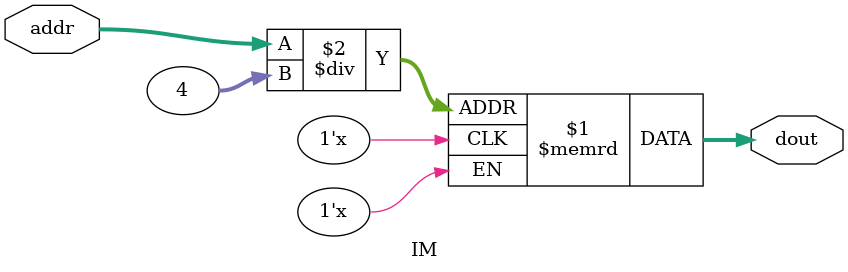
<source format=v>
`timescale 1ns / 1ps
 

module IM(
    input  [13:0]  addr,
    output [31:0]  dout
);


reg [31:0] rom[0:42];
assign dout = rom[addr/4];
//initial begin
//readmemh("D:/Desktop/multicpu",rom);
//end

//initial begin
//rom[0]= 32'hffe18113; 
//end

//    localparam INSTR_CNT = 12'd42;

//    // Define a 1D array instead of a 2D array
//    wire [31:0] instr_rom_cell [0:INSTR_CNT-1] = {
//        32'hffe18113,    //0x00000000
//        32'hfff18a13,    //0x00000004
//        32'h00318a93,    //0x00000008
//        32'hfff12213,    //0x0000000c
//        32'h01412b33,    //0x00000010
//        32'h00218113,    //0x00000014
//        32'h00313293,    //0x00000018
//        32'h01513bb3,    //0x0000001c
//        32'h00718113,    //0x00000020
//        32'h00514313,    //0x00000024
//        32'h00518393,    //0x00000028
//        32'h0023c433,    //0x0000002c
//        32'h00516493,    //0x00000030
//        32'h00716533,    //0x00000034
//        32'h00517593,    //0x00000038
//        32'h02218613,    //0x0000003c
//        32'h00211693,    //0x00000040
//        32'h00c11733,    //0x00000044
//        32'h00215693,    //0x00000048
//        32'h00c15733,    //0x0000004c
//        32'hffc18113,    //0x00000050
//        32'h40215693,    //0x00000054
//        32'h40c15733,    //0x00000058
//        32'h00518293,    //0x0000005c
//        32'h00618313,    //0x00000060
//        32'h00629263,    //0x00000064
//        32'h00418113,    //0x00000068
//        32'h10118793,    //0x0000006c
//        32'h00f10623,    //0x00000070
//        32'h00f11823,    //0x00000074
//        32'h008003ef,    //0x00000078   jal
//        32'h00018293,    //0x0000007c
//        32'h00c10803,    //0x00000080
//        32'h00c14883,    //0x00000084
//        32'h01011903,    //0x00000088
//        32'h01015983,    //0x0000008c
//        32'h00018293,    //0x00000090
//        32'h0a028367,    //0x00000094   jalr   to 0xa0
//        32'h00018293,    //0x00000098
//        32'h00118293,    //0x0000009c
//        32'h00218293,    //0x000000a0
//        32'h00008297     //0x000000a4
//    };

//    wire [11:0] instr_index;
    
//    assign instr_index = addr[13:2];
//    assign dout = (instr_index >= INSTR_CNT) ? 32'b0 : instr_rom_cell[instr_index];
endmodule
</source>
